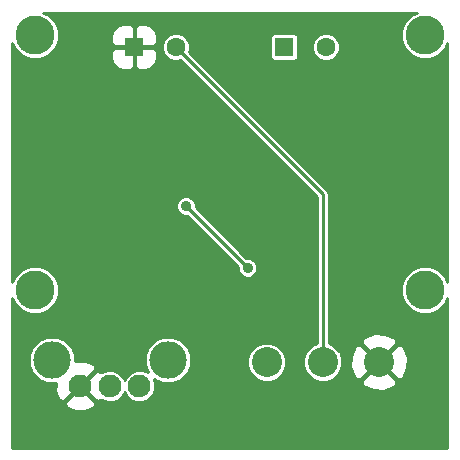
<source format=gbl>
G04 (created by PCBNEW (2013-mar-13)-testing) date Sun 09 Feb 2014 10:32:50 PM PST*
%MOIN*%
G04 Gerber Fmt 3.4, Leading zero omitted, Abs format*
%FSLAX34Y34*%
G01*
G70*
G90*
G04 APERTURE LIST*
%ADD10C,0.005906*%
%ADD11R,0.063000X0.063000*%
%ADD12C,0.063000*%
%ADD13C,0.076000*%
%ADD14C,0.125000*%
%ADD15C,0.100000*%
%ADD16C,0.130000*%
%ADD17C,0.035000*%
%ADD18C,0.010000*%
G04 APERTURE END LIST*
G54D10*
G54D11*
X14311Y-11400D03*
G54D12*
X15689Y-11400D03*
G54D11*
X19311Y-11400D03*
G54D12*
X20689Y-11400D03*
G54D13*
X12516Y-22700D03*
X13500Y-22700D03*
X14484Y-22700D03*
G54D14*
X11570Y-21834D03*
X15430Y-21834D03*
G54D15*
X18730Y-21900D03*
X20600Y-21900D03*
X22470Y-21900D03*
G54D16*
X11000Y-19500D03*
X24000Y-11000D03*
X11000Y-11000D03*
X24000Y-19500D03*
G54D17*
X16028Y-16699D03*
X18087Y-18758D03*
G54D18*
X18087Y-18758D02*
X16028Y-16699D01*
X20600Y-16310D02*
X15689Y-11400D01*
X20600Y-21900D02*
X20600Y-16310D01*
G54D10*
G36*
X24750Y-24750D02*
X23422Y-24750D01*
X23422Y-21723D01*
X23282Y-21372D01*
X23268Y-21351D01*
X23092Y-21312D01*
X23057Y-21347D01*
X23057Y-21277D01*
X23018Y-21101D01*
X22671Y-20952D01*
X22293Y-20947D01*
X21942Y-21087D01*
X21921Y-21101D01*
X21882Y-21277D01*
X22470Y-21864D01*
X23057Y-21277D01*
X23057Y-21347D01*
X22505Y-21900D01*
X23092Y-22487D01*
X23268Y-22448D01*
X23417Y-22101D01*
X23422Y-21723D01*
X23422Y-24750D01*
X23057Y-24750D01*
X23057Y-22522D01*
X22470Y-21935D01*
X22434Y-21970D01*
X22434Y-21900D01*
X21847Y-21312D01*
X21671Y-21351D01*
X21522Y-21698D01*
X21517Y-22076D01*
X21657Y-22427D01*
X21671Y-22448D01*
X21847Y-22487D01*
X22434Y-21900D01*
X22434Y-21970D01*
X21882Y-22522D01*
X21921Y-22698D01*
X22268Y-22847D01*
X22646Y-22852D01*
X22997Y-22712D01*
X23018Y-22698D01*
X23057Y-22522D01*
X23057Y-24750D01*
X21250Y-24750D01*
X21250Y-21771D01*
X21154Y-21538D01*
X21154Y-11307D01*
X21083Y-11136D01*
X20952Y-11006D01*
X20781Y-10935D01*
X20596Y-10934D01*
X20425Y-11005D01*
X20295Y-11136D01*
X20224Y-11307D01*
X20223Y-11492D01*
X20294Y-11663D01*
X20425Y-11793D01*
X20596Y-11864D01*
X20781Y-11865D01*
X20952Y-11794D01*
X21082Y-11663D01*
X21153Y-11492D01*
X21154Y-11307D01*
X21154Y-21538D01*
X21151Y-21532D01*
X20968Y-21349D01*
X20800Y-21279D01*
X20800Y-16310D01*
X20784Y-16234D01*
X20741Y-16169D01*
X19776Y-15204D01*
X19776Y-11744D01*
X19776Y-11685D01*
X19776Y-11055D01*
X19753Y-11000D01*
X19710Y-10957D01*
X19655Y-10935D01*
X19596Y-10935D01*
X18966Y-10935D01*
X18911Y-10957D01*
X18868Y-11000D01*
X18846Y-11055D01*
X18846Y-11114D01*
X18846Y-11744D01*
X18868Y-11799D01*
X18911Y-11842D01*
X18966Y-11865D01*
X19025Y-11865D01*
X19655Y-11865D01*
X19710Y-11842D01*
X19753Y-11799D01*
X19776Y-11744D01*
X19776Y-15204D01*
X16127Y-11555D01*
X16153Y-11492D01*
X16154Y-11307D01*
X16083Y-11136D01*
X15952Y-11006D01*
X15781Y-10935D01*
X15596Y-10934D01*
X15425Y-11005D01*
X15295Y-11136D01*
X15224Y-11307D01*
X15223Y-11492D01*
X15294Y-11663D01*
X15425Y-11793D01*
X15596Y-11864D01*
X15781Y-11865D01*
X15844Y-11838D01*
X20400Y-16393D01*
X20400Y-21279D01*
X20232Y-21348D01*
X20049Y-21531D01*
X19950Y-21770D01*
X19949Y-22028D01*
X20048Y-22267D01*
X20231Y-22450D01*
X20470Y-22549D01*
X20728Y-22550D01*
X20967Y-22451D01*
X21150Y-22268D01*
X21249Y-22029D01*
X21250Y-21771D01*
X21250Y-24750D01*
X19380Y-24750D01*
X19380Y-21771D01*
X19281Y-21532D01*
X19098Y-21349D01*
X18859Y-21250D01*
X18601Y-21249D01*
X18412Y-21327D01*
X18412Y-18694D01*
X18363Y-18574D01*
X18271Y-18483D01*
X18152Y-18433D01*
X18045Y-18433D01*
X16353Y-16741D01*
X16353Y-16635D01*
X16304Y-16515D01*
X16213Y-16424D01*
X16093Y-16374D01*
X15964Y-16374D01*
X15844Y-16423D01*
X15753Y-16515D01*
X15703Y-16634D01*
X15703Y-16763D01*
X15753Y-16883D01*
X15844Y-16974D01*
X15963Y-17024D01*
X16070Y-17024D01*
X17762Y-18716D01*
X17762Y-18822D01*
X17811Y-18942D01*
X17903Y-19033D01*
X18022Y-19083D01*
X18152Y-19083D01*
X18271Y-19034D01*
X18362Y-18942D01*
X18412Y-18823D01*
X18412Y-18694D01*
X18412Y-21327D01*
X18362Y-21348D01*
X18179Y-21531D01*
X18080Y-21770D01*
X18079Y-22028D01*
X18178Y-22267D01*
X18361Y-22450D01*
X18600Y-22549D01*
X18858Y-22550D01*
X19097Y-22451D01*
X19280Y-22268D01*
X19379Y-22029D01*
X19380Y-21771D01*
X19380Y-24750D01*
X16205Y-24750D01*
X16205Y-21680D01*
X16087Y-21395D01*
X15869Y-21177D01*
X15584Y-21059D01*
X15276Y-21058D01*
X15076Y-21141D01*
X15076Y-11804D01*
X15076Y-11625D01*
X15076Y-11537D01*
X15076Y-11262D01*
X15076Y-11174D01*
X15076Y-10995D01*
X15007Y-10830D01*
X14880Y-10703D01*
X14715Y-10635D01*
X14448Y-10635D01*
X14336Y-10747D01*
X14336Y-11375D01*
X14963Y-11375D01*
X15076Y-11262D01*
X15076Y-11537D01*
X14963Y-11425D01*
X14336Y-11425D01*
X14336Y-12052D01*
X14448Y-12165D01*
X14715Y-12165D01*
X14880Y-12096D01*
X15007Y-11969D01*
X15076Y-11804D01*
X15076Y-21141D01*
X14991Y-21176D01*
X14773Y-21394D01*
X14655Y-21679D01*
X14654Y-21987D01*
X14759Y-22240D01*
X14589Y-22170D01*
X14379Y-22169D01*
X14286Y-22208D01*
X14286Y-12052D01*
X14286Y-11425D01*
X14286Y-11375D01*
X14286Y-10747D01*
X14173Y-10635D01*
X13906Y-10635D01*
X13741Y-10703D01*
X13614Y-10830D01*
X13546Y-10995D01*
X13546Y-11174D01*
X13546Y-11262D01*
X13658Y-11375D01*
X14286Y-11375D01*
X14286Y-11425D01*
X13658Y-11425D01*
X13546Y-11537D01*
X13546Y-11625D01*
X13546Y-11804D01*
X13614Y-11969D01*
X13741Y-12096D01*
X13906Y-12165D01*
X14173Y-12165D01*
X14286Y-12052D01*
X14286Y-22208D01*
X14184Y-22250D01*
X14034Y-22399D01*
X13991Y-22502D01*
X13949Y-22400D01*
X13800Y-22250D01*
X13605Y-22170D01*
X13395Y-22169D01*
X13225Y-22239D01*
X13224Y-22236D01*
X13215Y-22223D01*
X13052Y-22199D01*
X13016Y-22234D01*
X13016Y-22163D01*
X12992Y-22000D01*
X12689Y-21871D01*
X12358Y-21868D01*
X12344Y-21874D01*
X12345Y-21680D01*
X12227Y-21395D01*
X12009Y-21177D01*
X11724Y-21059D01*
X11416Y-21058D01*
X11131Y-21176D01*
X10913Y-21394D01*
X10795Y-21679D01*
X10794Y-21987D01*
X10912Y-22272D01*
X11130Y-22490D01*
X11415Y-22608D01*
X11686Y-22609D01*
X11684Y-22857D01*
X11807Y-23163D01*
X11816Y-23176D01*
X11979Y-23200D01*
X12480Y-22700D01*
X12475Y-22694D01*
X12510Y-22659D01*
X12516Y-22664D01*
X13016Y-22163D01*
X13016Y-22234D01*
X12551Y-22700D01*
X13052Y-23200D01*
X13215Y-23176D01*
X13222Y-23158D01*
X13394Y-23229D01*
X13604Y-23230D01*
X13799Y-23149D01*
X13949Y-23000D01*
X13992Y-22897D01*
X14034Y-22999D01*
X14183Y-23149D01*
X14378Y-23229D01*
X14588Y-23230D01*
X14783Y-23149D01*
X14933Y-23000D01*
X15013Y-22805D01*
X15014Y-22595D01*
X14957Y-22457D01*
X14990Y-22490D01*
X15275Y-22608D01*
X15583Y-22609D01*
X15868Y-22491D01*
X16086Y-22273D01*
X16204Y-21988D01*
X16205Y-21680D01*
X16205Y-24750D01*
X13016Y-24750D01*
X13016Y-23236D01*
X12516Y-22735D01*
X12015Y-23236D01*
X12039Y-23399D01*
X12342Y-23528D01*
X12673Y-23531D01*
X12979Y-23408D01*
X12992Y-23399D01*
X13016Y-23236D01*
X13016Y-24750D01*
X10250Y-24750D01*
X10250Y-19779D01*
X10321Y-19952D01*
X10546Y-20177D01*
X10840Y-20299D01*
X11158Y-20300D01*
X11452Y-20178D01*
X11677Y-19953D01*
X11799Y-19659D01*
X11800Y-19341D01*
X11678Y-19047D01*
X11453Y-18822D01*
X11159Y-18700D01*
X10841Y-18699D01*
X10547Y-18821D01*
X10322Y-19046D01*
X10250Y-19220D01*
X10250Y-11279D01*
X10321Y-11452D01*
X10546Y-11677D01*
X10840Y-11799D01*
X11158Y-11800D01*
X11452Y-11678D01*
X11677Y-11453D01*
X11799Y-11159D01*
X11800Y-10841D01*
X11678Y-10547D01*
X11453Y-10322D01*
X11279Y-10250D01*
X23720Y-10250D01*
X23547Y-10321D01*
X23322Y-10546D01*
X23200Y-10840D01*
X23199Y-11158D01*
X23321Y-11452D01*
X23546Y-11677D01*
X23840Y-11799D01*
X24158Y-11800D01*
X24452Y-11678D01*
X24677Y-11453D01*
X24750Y-11279D01*
X24750Y-19220D01*
X24678Y-19047D01*
X24453Y-18822D01*
X24159Y-18700D01*
X23841Y-18699D01*
X23547Y-18821D01*
X23322Y-19046D01*
X23200Y-19340D01*
X23199Y-19658D01*
X23321Y-19952D01*
X23546Y-20177D01*
X23840Y-20299D01*
X24158Y-20300D01*
X24452Y-20178D01*
X24677Y-19953D01*
X24750Y-19779D01*
X24750Y-24750D01*
X24750Y-24750D01*
G37*
G54D18*
X24750Y-24750D02*
X23422Y-24750D01*
X23422Y-21723D01*
X23282Y-21372D01*
X23268Y-21351D01*
X23092Y-21312D01*
X23057Y-21347D01*
X23057Y-21277D01*
X23018Y-21101D01*
X22671Y-20952D01*
X22293Y-20947D01*
X21942Y-21087D01*
X21921Y-21101D01*
X21882Y-21277D01*
X22470Y-21864D01*
X23057Y-21277D01*
X23057Y-21347D01*
X22505Y-21900D01*
X23092Y-22487D01*
X23268Y-22448D01*
X23417Y-22101D01*
X23422Y-21723D01*
X23422Y-24750D01*
X23057Y-24750D01*
X23057Y-22522D01*
X22470Y-21935D01*
X22434Y-21970D01*
X22434Y-21900D01*
X21847Y-21312D01*
X21671Y-21351D01*
X21522Y-21698D01*
X21517Y-22076D01*
X21657Y-22427D01*
X21671Y-22448D01*
X21847Y-22487D01*
X22434Y-21900D01*
X22434Y-21970D01*
X21882Y-22522D01*
X21921Y-22698D01*
X22268Y-22847D01*
X22646Y-22852D01*
X22997Y-22712D01*
X23018Y-22698D01*
X23057Y-22522D01*
X23057Y-24750D01*
X21250Y-24750D01*
X21250Y-21771D01*
X21154Y-21538D01*
X21154Y-11307D01*
X21083Y-11136D01*
X20952Y-11006D01*
X20781Y-10935D01*
X20596Y-10934D01*
X20425Y-11005D01*
X20295Y-11136D01*
X20224Y-11307D01*
X20223Y-11492D01*
X20294Y-11663D01*
X20425Y-11793D01*
X20596Y-11864D01*
X20781Y-11865D01*
X20952Y-11794D01*
X21082Y-11663D01*
X21153Y-11492D01*
X21154Y-11307D01*
X21154Y-21538D01*
X21151Y-21532D01*
X20968Y-21349D01*
X20800Y-21279D01*
X20800Y-16310D01*
X20784Y-16234D01*
X20741Y-16169D01*
X19776Y-15204D01*
X19776Y-11744D01*
X19776Y-11685D01*
X19776Y-11055D01*
X19753Y-11000D01*
X19710Y-10957D01*
X19655Y-10935D01*
X19596Y-10935D01*
X18966Y-10935D01*
X18911Y-10957D01*
X18868Y-11000D01*
X18846Y-11055D01*
X18846Y-11114D01*
X18846Y-11744D01*
X18868Y-11799D01*
X18911Y-11842D01*
X18966Y-11865D01*
X19025Y-11865D01*
X19655Y-11865D01*
X19710Y-11842D01*
X19753Y-11799D01*
X19776Y-11744D01*
X19776Y-15204D01*
X16127Y-11555D01*
X16153Y-11492D01*
X16154Y-11307D01*
X16083Y-11136D01*
X15952Y-11006D01*
X15781Y-10935D01*
X15596Y-10934D01*
X15425Y-11005D01*
X15295Y-11136D01*
X15224Y-11307D01*
X15223Y-11492D01*
X15294Y-11663D01*
X15425Y-11793D01*
X15596Y-11864D01*
X15781Y-11865D01*
X15844Y-11838D01*
X20400Y-16393D01*
X20400Y-21279D01*
X20232Y-21348D01*
X20049Y-21531D01*
X19950Y-21770D01*
X19949Y-22028D01*
X20048Y-22267D01*
X20231Y-22450D01*
X20470Y-22549D01*
X20728Y-22550D01*
X20967Y-22451D01*
X21150Y-22268D01*
X21249Y-22029D01*
X21250Y-21771D01*
X21250Y-24750D01*
X19380Y-24750D01*
X19380Y-21771D01*
X19281Y-21532D01*
X19098Y-21349D01*
X18859Y-21250D01*
X18601Y-21249D01*
X18412Y-21327D01*
X18412Y-18694D01*
X18363Y-18574D01*
X18271Y-18483D01*
X18152Y-18433D01*
X18045Y-18433D01*
X16353Y-16741D01*
X16353Y-16635D01*
X16304Y-16515D01*
X16213Y-16424D01*
X16093Y-16374D01*
X15964Y-16374D01*
X15844Y-16423D01*
X15753Y-16515D01*
X15703Y-16634D01*
X15703Y-16763D01*
X15753Y-16883D01*
X15844Y-16974D01*
X15963Y-17024D01*
X16070Y-17024D01*
X17762Y-18716D01*
X17762Y-18822D01*
X17811Y-18942D01*
X17903Y-19033D01*
X18022Y-19083D01*
X18152Y-19083D01*
X18271Y-19034D01*
X18362Y-18942D01*
X18412Y-18823D01*
X18412Y-18694D01*
X18412Y-21327D01*
X18362Y-21348D01*
X18179Y-21531D01*
X18080Y-21770D01*
X18079Y-22028D01*
X18178Y-22267D01*
X18361Y-22450D01*
X18600Y-22549D01*
X18858Y-22550D01*
X19097Y-22451D01*
X19280Y-22268D01*
X19379Y-22029D01*
X19380Y-21771D01*
X19380Y-24750D01*
X16205Y-24750D01*
X16205Y-21680D01*
X16087Y-21395D01*
X15869Y-21177D01*
X15584Y-21059D01*
X15276Y-21058D01*
X15076Y-21141D01*
X15076Y-11804D01*
X15076Y-11625D01*
X15076Y-11537D01*
X15076Y-11262D01*
X15076Y-11174D01*
X15076Y-10995D01*
X15007Y-10830D01*
X14880Y-10703D01*
X14715Y-10635D01*
X14448Y-10635D01*
X14336Y-10747D01*
X14336Y-11375D01*
X14963Y-11375D01*
X15076Y-11262D01*
X15076Y-11537D01*
X14963Y-11425D01*
X14336Y-11425D01*
X14336Y-12052D01*
X14448Y-12165D01*
X14715Y-12165D01*
X14880Y-12096D01*
X15007Y-11969D01*
X15076Y-11804D01*
X15076Y-21141D01*
X14991Y-21176D01*
X14773Y-21394D01*
X14655Y-21679D01*
X14654Y-21987D01*
X14759Y-22240D01*
X14589Y-22170D01*
X14379Y-22169D01*
X14286Y-22208D01*
X14286Y-12052D01*
X14286Y-11425D01*
X14286Y-11375D01*
X14286Y-10747D01*
X14173Y-10635D01*
X13906Y-10635D01*
X13741Y-10703D01*
X13614Y-10830D01*
X13546Y-10995D01*
X13546Y-11174D01*
X13546Y-11262D01*
X13658Y-11375D01*
X14286Y-11375D01*
X14286Y-11425D01*
X13658Y-11425D01*
X13546Y-11537D01*
X13546Y-11625D01*
X13546Y-11804D01*
X13614Y-11969D01*
X13741Y-12096D01*
X13906Y-12165D01*
X14173Y-12165D01*
X14286Y-12052D01*
X14286Y-22208D01*
X14184Y-22250D01*
X14034Y-22399D01*
X13991Y-22502D01*
X13949Y-22400D01*
X13800Y-22250D01*
X13605Y-22170D01*
X13395Y-22169D01*
X13225Y-22239D01*
X13224Y-22236D01*
X13215Y-22223D01*
X13052Y-22199D01*
X13016Y-22234D01*
X13016Y-22163D01*
X12992Y-22000D01*
X12689Y-21871D01*
X12358Y-21868D01*
X12344Y-21874D01*
X12345Y-21680D01*
X12227Y-21395D01*
X12009Y-21177D01*
X11724Y-21059D01*
X11416Y-21058D01*
X11131Y-21176D01*
X10913Y-21394D01*
X10795Y-21679D01*
X10794Y-21987D01*
X10912Y-22272D01*
X11130Y-22490D01*
X11415Y-22608D01*
X11686Y-22609D01*
X11684Y-22857D01*
X11807Y-23163D01*
X11816Y-23176D01*
X11979Y-23200D01*
X12480Y-22700D01*
X12475Y-22694D01*
X12510Y-22659D01*
X12516Y-22664D01*
X13016Y-22163D01*
X13016Y-22234D01*
X12551Y-22700D01*
X13052Y-23200D01*
X13215Y-23176D01*
X13222Y-23158D01*
X13394Y-23229D01*
X13604Y-23230D01*
X13799Y-23149D01*
X13949Y-23000D01*
X13992Y-22897D01*
X14034Y-22999D01*
X14183Y-23149D01*
X14378Y-23229D01*
X14588Y-23230D01*
X14783Y-23149D01*
X14933Y-23000D01*
X15013Y-22805D01*
X15014Y-22595D01*
X14957Y-22457D01*
X14990Y-22490D01*
X15275Y-22608D01*
X15583Y-22609D01*
X15868Y-22491D01*
X16086Y-22273D01*
X16204Y-21988D01*
X16205Y-21680D01*
X16205Y-24750D01*
X13016Y-24750D01*
X13016Y-23236D01*
X12516Y-22735D01*
X12015Y-23236D01*
X12039Y-23399D01*
X12342Y-23528D01*
X12673Y-23531D01*
X12979Y-23408D01*
X12992Y-23399D01*
X13016Y-23236D01*
X13016Y-24750D01*
X10250Y-24750D01*
X10250Y-19779D01*
X10321Y-19952D01*
X10546Y-20177D01*
X10840Y-20299D01*
X11158Y-20300D01*
X11452Y-20178D01*
X11677Y-19953D01*
X11799Y-19659D01*
X11800Y-19341D01*
X11678Y-19047D01*
X11453Y-18822D01*
X11159Y-18700D01*
X10841Y-18699D01*
X10547Y-18821D01*
X10322Y-19046D01*
X10250Y-19220D01*
X10250Y-11279D01*
X10321Y-11452D01*
X10546Y-11677D01*
X10840Y-11799D01*
X11158Y-11800D01*
X11452Y-11678D01*
X11677Y-11453D01*
X11799Y-11159D01*
X11800Y-10841D01*
X11678Y-10547D01*
X11453Y-10322D01*
X11279Y-10250D01*
X23720Y-10250D01*
X23547Y-10321D01*
X23322Y-10546D01*
X23200Y-10840D01*
X23199Y-11158D01*
X23321Y-11452D01*
X23546Y-11677D01*
X23840Y-11799D01*
X24158Y-11800D01*
X24452Y-11678D01*
X24677Y-11453D01*
X24750Y-11279D01*
X24750Y-19220D01*
X24678Y-19047D01*
X24453Y-18822D01*
X24159Y-18700D01*
X23841Y-18699D01*
X23547Y-18821D01*
X23322Y-19046D01*
X23200Y-19340D01*
X23199Y-19658D01*
X23321Y-19952D01*
X23546Y-20177D01*
X23840Y-20299D01*
X24158Y-20300D01*
X24452Y-20178D01*
X24677Y-19953D01*
X24750Y-19779D01*
X24750Y-24750D01*
M02*

</source>
